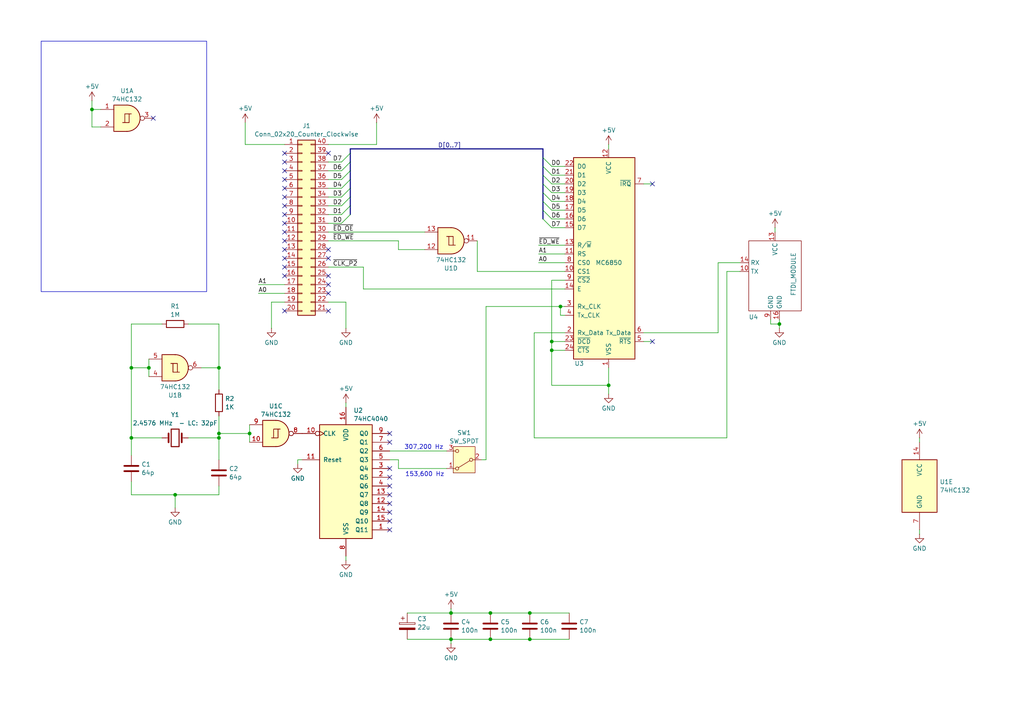
<source format=kicad_sch>
(kicad_sch (version 20231120) (generator "eeschema") (generator_version "8.0")
  (paper "A4")
  (lib_symbols
    (symbol "4xxx:4040" (pin_names (offset 1.016))
      (property "Reference" "U" (at -7.62 16.51 0))
      (property "Value" "4040" (at -7.62 -19.05 0))
      (symbol "4040_1_0"
        (pin output line (at 12.7 -15.24 180) (length 5.08) (name "Q11") (number "1"))
        (pin input inverted_clock (at -12.7 12.7 0) (length 5.08) (name "CLK") (number "10"))
        (pin input line (at -12.7 5.08 0) (length 5.08) (name "Reset") (number "11"))
        (pin output line (at 12.7 -7.62 180) (length 5.08) (name "Q8") (number "12"))
        (pin output line (at 12.7 -5.08 180) (length 5.08) (name "Q7") (number "13"))
        (pin output line (at 12.7 -10.16 180) (length 5.08) (name "Q9") (number "14"))
        (pin output line (at 12.7 -12.7 180) (length 5.08) (name "Q10") (number "15"))
        (pin power_in line (at 0 20.32 270) (length 5.08) (name "VDD") (number "16"))
        (pin output line (at 12.7 0 180) (length 5.08) (name "Q5") (number "2"))
        (pin output line (at 12.7 2.54 180) (length 5.08) (name "Q4") (number "3"))
        (pin output line (at 12.7 -2.54 180) (length 5.08) (name "Q6") (number "4"))
        (pin output line (at 12.7 5.08 180) (length 5.08) (name "Q3") (number "5"))
        (pin output line (at 12.7 7.62 180) (length 5.08) (name "Q2") (number "6"))
        (pin output line (at 12.7 10.16 180) (length 5.08) (name "Q1") (number "7"))
        (pin power_in line (at 0 -22.86 90) (length 5.08) (name "VSS") (number "8"))
        (pin output line (at 12.7 12.7 180) (length 5.08) (name "Q0") (number "9"))
      )
      (symbol "4040_1_1"
        (rectangle (start -7.62 15.24) (end 7.62 -17.78) (stroke (width 0.254)) (fill (type background)))
      )
    )
    (symbol "74xx:74LS132" (pin_names (offset 1.016))
      (property "Reference" "U" (at 0 1.27 0))
      (property "Value" "74LS132" (at 0 -1.27 0))
      (symbol "74LS132_1_0"
        (polyline (pts (xy -0.635 -1.27) (xy -0.635 1.27) (xy 0.635 1.27)))
        (polyline (pts (xy -0.635 -1.27) (xy -0.635 1.27) (xy 0.635 1.27)))
        (polyline (pts (xy -1.27 -1.27) (xy 0.635 -1.27) (xy 0.635 1.27) (xy 1.27 1.27)))
        (polyline (pts (xy -1.27 -1.27) (xy 0.635 -1.27) (xy 0.635 1.27) (xy 1.27 1.27)))
      )
      (symbol "74LS132_1_1"
        (arc (start 0 -3.81) (mid 3.7934 0) (end 0 3.81) (stroke (width 0.254)) (fill (type background)))
        (polyline (pts (xy 0 3.81) (xy -3.81 3.81) (xy -3.81 -3.81) (xy 0 -3.81)) (stroke (width 0.254)) (fill (type background)))
        (pin input line (at -7.62 2.54 0) (length 3.81) (name "~") (number "1"))
        (pin input line (at -7.62 -2.54 0) (length 3.81) (name "~") (number "2"))
        (pin output inverted (at 7.62 0 180) (length 3.81) (name "~") (number "3"))
      )
      (symbol "74LS132_1_2"
        (arc (start -3.81 -3.81) (mid -2.589 0) (end -3.81 3.81) (stroke (width 0.254)))
        (arc (start -0.6096 -3.81) (mid 2.1842 -2.5851) (end 3.81 0) (stroke (width 0.254)) (fill (type background)))
        (polyline (pts (xy -3.81 -3.81) (xy -0.635 -3.81)) (stroke (width 0.254)) (fill (type background)))
        (polyline (pts (xy -3.81 3.81) (xy -0.635 3.81)) (stroke (width 0.254)) (fill (type background)))
        (polyline (pts (xy -0.635 3.81) (xy -3.81 3.81) (xy -3.81 3.81) (xy -3.556 3.4036) (xy -3.0226 2.2606) (xy -2.6924 1.0414) (xy -2.6162 -0.254) (xy -2.7686 -1.4986) (xy -3.175 -2.7178) (xy -3.81 -3.81) (xy -3.81 -3.81) (xy -0.635 -3.81)) (stroke (width -25.4)) (fill (type background)))
        (arc (start 3.81 0) (mid 2.1915 2.5936) (end -0.6096 3.81) (stroke (width 0.254)) (fill (type background)))
        (pin input inverted (at -7.62 2.54 0) (length 4.318) (name "~") (number "1"))
        (pin input inverted (at -7.62 -2.54 0) (length 4.318) (name "~") (number "2"))
        (pin output line (at 7.62 0 180) (length 3.81) (name "~") (number "3"))
      )
      (symbol "74LS132_2_0"
        (polyline (pts (xy -0.635 -1.27) (xy -0.635 1.27) (xy 0.635 1.27)))
        (polyline (pts (xy -0.635 -1.27) (xy -0.635 1.27) (xy 0.635 1.27)))
        (polyline (pts (xy -1.27 -1.27) (xy 0.635 -1.27) (xy 0.635 1.27) (xy 1.27 1.27)))
        (polyline (pts (xy -1.27 -1.27) (xy 0.635 -1.27) (xy 0.635 1.27) (xy 1.27 1.27)))
      )
      (symbol "74LS132_2_1"
        (arc (start 0 -3.81) (mid 3.7934 0) (end 0 3.81) (stroke (width 0.254)) (fill (type background)))
        (polyline (pts (xy 0 3.81) (xy -3.81 3.81) (xy -3.81 -3.81) (xy 0 -3.81)) (stroke (width 0.254)) (fill (type background)))
        (pin input line (at -7.62 2.54 0) (length 3.81) (name "~") (number "4"))
        (pin input line (at -7.62 -2.54 0) (length 3.81) (name "~") (number "5"))
        (pin output inverted (at 7.62 0 180) (length 3.81) (name "~") (number "6"))
      )
      (symbol "74LS132_2_2"
        (arc (start -3.81 -3.81) (mid -2.589 0) (end -3.81 3.81) (stroke (width 0.254)))
        (arc (start -0.6096 -3.81) (mid 2.1842 -2.5851) (end 3.81 0) (stroke (width 0.254)) (fill (type background)))
        (polyline (pts (xy -3.81 -3.81) (xy -0.635 -3.81)) (stroke (width 0.254)) (fill (type background)))
        (polyline (pts (xy -3.81 3.81) (xy -0.635 3.81)) (stroke (width 0.254)) (fill (type background)))
        (polyline (pts (xy -0.635 3.81) (xy -3.81 3.81) (xy -3.81 3.81) (xy -3.556 3.4036) (xy -3.0226 2.2606) (xy -2.6924 1.0414) (xy -2.6162 -0.254) (xy -2.7686 -1.4986) (xy -3.175 -2.7178) (xy -3.81 -3.81) (xy -3.81 -3.81) (xy -0.635 -3.81)) (stroke (width -25.4)) (fill (type background)))
        (arc (start 3.81 0) (mid 2.1915 2.5936) (end -0.6096 3.81) (stroke (width 0.254)) (fill (type background)))
        (pin input inverted (at -7.62 2.54 0) (length 4.318) (name "~") (number "4"))
        (pin input inverted (at -7.62 -2.54 0) (length 4.318) (name "~") (number "5"))
        (pin output line (at 7.62 0 180) (length 3.81) (name "~") (number "6"))
      )
      (symbol "74LS132_3_0"
        (polyline (pts (xy -0.635 -1.27) (xy -0.635 1.27) (xy 0.635 1.27)))
        (polyline (pts (xy -0.635 -1.27) (xy -0.635 1.27) (xy 0.635 1.27)))
        (polyline (pts (xy -1.27 -1.27) (xy 0.635 -1.27) (xy 0.635 1.27) (xy 1.27 1.27)))
        (polyline (pts (xy -1.27 -1.27) (xy 0.635 -1.27) (xy 0.635 1.27) (xy 1.27 1.27)))
      )
      (symbol "74LS132_3_1"
        (arc (start 0 -3.81) (mid 3.7934 0) (end 0 3.81) (stroke (width 0.254)) (fill (type background)))
        (polyline (pts (xy 0 3.81) (xy -3.81 3.81) (xy -3.81 -3.81) (xy 0 -3.81)) (stroke (width 0.254)) (fill (type background)))
        (pin input line (at -7.62 -2.54 0) (length 3.81) (name "~") (number "10"))
        (pin output inverted (at 7.62 0 180) (length 3.81) (name "~") (number "8"))
        (pin input line (at -7.62 2.54 0) (length 3.81) (name "~") (number "9"))
      )
      (symbol "74LS132_3_2"
        (arc (start -3.81 -3.81) (mid -2.589 0) (end -3.81 3.81) (stroke (width 0.254)))
        (arc (start -0.6096 -3.81) (mid 2.1842 -2.5851) (end 3.81 0) (stroke (width 0.254)) (fill (type background)))
        (polyline (pts (xy -3.81 -3.81) (xy -0.635 -3.81)) (stroke (width 0.254)) (fill (type background)))
        (polyline (pts (xy -3.81 3.81) (xy -0.635 3.81)) (stroke (width 0.254)) (fill (type background)))
        (polyline (pts (xy -0.635 3.81) (xy -3.81 3.81) (xy -3.81 3.81) (xy -3.556 3.4036) (xy -3.0226 2.2606) (xy -2.6924 1.0414) (xy -2.6162 -0.254) (xy -2.7686 -1.4986) (xy -3.175 -2.7178) (xy -3.81 -3.81) (xy -3.81 -3.81) (xy -0.635 -3.81)) (stroke (width -25.4)) (fill (type background)))
        (arc (start 3.81 0) (mid 2.1915 2.5936) (end -0.6096 3.81) (stroke (width 0.254)) (fill (type background)))
        (pin input inverted (at -7.62 -2.54 0) (length 4.318) (name "~") (number "10"))
        (pin output line (at 7.62 0 180) (length 3.81) (name "~") (number "8"))
        (pin input inverted (at -7.62 2.54 0) (length 4.318) (name "~") (number "9"))
      )
      (symbol "74LS132_4_0"
        (polyline (pts (xy -0.635 -1.27) (xy -0.635 1.27) (xy 0.635 1.27)))
        (polyline (pts (xy -0.635 -1.27) (xy -0.635 1.27) (xy 0.635 1.27)))
        (polyline (pts (xy -1.27 -1.27) (xy 0.635 -1.27) (xy 0.635 1.27) (xy 1.27 1.27)))
        (polyline (pts (xy -1.27 -1.27) (xy 0.635 -1.27) (xy 0.635 1.27) (xy 1.27 1.27)))
      )
      (symbol "74LS132_4_1"
        (arc (start 0 -3.81) (mid 3.7934 0) (end 0 3.81) (stroke (width 0.254)) (fill (type background)))
        (polyline (pts (xy 0 3.81) (xy -3.81 3.81) (xy -3.81 -3.81) (xy 0 -3.81)) (stroke (width 0.254)) (fill (type background)))
        (pin output inverted (at 7.62 0 180) (length 3.81) (name "~") (number "11"))
        (pin input line (at -7.62 2.54 0) (length 3.81) (name "~") (number "12"))
        (pin input line (at -7.62 -2.54 0) (length 3.81) (name "~") (number "13"))
      )
      (symbol "74LS132_4_2"
        (arc (start -3.81 -3.81) (mid -2.589 0) (end -3.81 3.81) (stroke (width 0.254)))
        (arc (start -0.6096 -3.81) (mid 2.1842 -2.5851) (end 3.81 0) (stroke (width 0.254)) (fill (type background)))
        (polyline (pts (xy -3.81 -3.81) (xy -0.635 -3.81)) (stroke (width 0.254)) (fill (type background)))
        (polyline (pts (xy -3.81 3.81) (xy -0.635 3.81)) (stroke (width 0.254)) (fill (type background)))
        (polyline (pts (xy -0.635 3.81) (xy -3.81 3.81) (xy -3.81 3.81) (xy -3.556 3.4036) (xy -3.0226 2.2606) (xy -2.6924 1.0414) (xy -2.6162 -0.254) (xy -2.7686 -1.4986) (xy -3.175 -2.7178) (xy -3.81 -3.81) (xy -3.81 -3.81) (xy -0.635 -3.81)) (stroke (width -25.4)) (fill (type background)))
        (arc (start 3.81 0) (mid 2.1915 2.5936) (end -0.6096 3.81) (stroke (width 0.254)) (fill (type background)))
        (pin output line (at 7.62 0 180) (length 3.81) (name "~") (number "11"))
        (pin input inverted (at -7.62 2.54 0) (length 4.318) (name "~") (number "12"))
        (pin input inverted (at -7.62 -2.54 0) (length 4.318) (name "~") (number "13"))
      )
      (symbol "74LS132_5_0"
        (pin power_in line (at 0 12.7 270) (length 5.08) (name "VCC") (number "14"))
        (pin power_in line (at 0 -12.7 90) (length 5.08) (name "GND") (number "7"))
      )
      (symbol "74LS132_5_1"
        (rectangle (start -5.08 7.62) (end 5.08 -7.62) (stroke (width 0.254)) (fill (type background)))
      )
    )
    (symbol "Connector_Generic:Conn_02x20_Counter_Clockwise" (pin_names (offset 1.016) hide)
      (property "Reference" "J" (at 1.27 25.4 0))
      (property "Value" "Conn_02x20_Counter_Clockwise" (at 1.27 -27.94 0))
      (symbol "Conn_02x20_Counter_Clockwise_1_1"
        (rectangle (start -1.27 -25.273) (end 0 -25.527) (stroke (width 0.1524)))
        (rectangle (start -1.27 -22.733) (end 0 -22.987) (stroke (width 0.1524)))
        (rectangle (start -1.27 -20.193) (end 0 -20.447) (stroke (width 0.1524)))
        (rectangle (start -1.27 -17.653) (end 0 -17.907) (stroke (width 0.1524)))
        (rectangle (start -1.27 -15.113) (end 0 -15.367) (stroke (width 0.1524)))
        (rectangle (start -1.27 -12.573) (end 0 -12.827) (stroke (width 0.1524)))
        (rectangle (start -1.27 -10.033) (end 0 -10.287) (stroke (width 0.1524)))
        (rectangle (start -1.27 -7.493) (end 0 -7.747) (stroke (width 0.1524)))
        (rectangle (start -1.27 -4.953) (end 0 -5.207) (stroke (width 0.1524)))
        (rectangle (start -1.27 -2.413) (end 0 -2.667) (stroke (width 0.1524)))
        (rectangle (start -1.27 0.127) (end 0 -0.127) (stroke (width 0.1524)))
        (rectangle (start -1.27 2.667) (end 0 2.413) (stroke (width 0.1524)))
        (rectangle (start -1.27 5.207) (end 0 4.953) (stroke (width 0.1524)))
        (rectangle (start -1.27 7.747) (end 0 7.493) (stroke (width 0.1524)))
        (rectangle (start -1.27 10.287) (end 0 10.033) (stroke (width 0.1524)))
        (rectangle (start -1.27 12.827) (end 0 12.573) (stroke (width 0.1524)))
        (rectangle (start -1.27 15.367) (end 0 15.113) (stroke (width 0.1524)))
        (rectangle (start -1.27 17.907) (end 0 17.653) (stroke (width 0.1524)))
        (rectangle (start -1.27 20.447) (end 0 20.193) (stroke (width 0.1524)))
        (rectangle (start -1.27 22.987) (end 0 22.733) (stroke (width 0.1524)))
        (rectangle (start -1.27 24.13) (end 3.81 -26.67) (stroke (width 0.254)) (fill (type background)))
        (rectangle (start 3.81 -25.273) (end 2.54 -25.527) (stroke (width 0.1524)))
        (rectangle (start 3.81 -22.733) (end 2.54 -22.987) (stroke (width 0.1524)))
        (rectangle (start 3.81 -20.193) (end 2.54 -20.447) (stroke (width 0.1524)))
        (rectangle (start 3.81 -17.653) (end 2.54 -17.907) (stroke (width 0.1524)))
        (rectangle (start 3.81 -15.113) (end 2.54 -15.367) (stroke (width 0.1524)))
        (rectangle (start 3.81 -12.573) (end 2.54 -12.827) (stroke (width 0.1524)))
        (rectangle (start 3.81 -10.033) (end 2.54 -10.287) (stroke (width 0.1524)))
        (rectangle (start 3.81 -7.493) (end 2.54 -7.747) (stroke (width 0.1524)))
        (rectangle (start 3.81 -4.953) (end 2.54 -5.207) (stroke (width 0.1524)))
        (rectangle (start 3.81 -2.413) (end 2.54 -2.667) (stroke (width 0.1524)))
        (rectangle (start 3.81 0.127) (end 2.54 -0.127) (stroke (width 0.1524)))
        (rectangle (start 3.81 2.667) (end 2.54 2.413) (stroke (width 0.1524)))
        (rectangle (start 3.81 5.207) (end 2.54 4.953) (stroke (width 0.1524)))
        (rectangle (start 3.81 7.747) (end 2.54 7.493) (stroke (width 0.1524)))
        (rectangle (start 3.81 10.287) (end 2.54 10.033) (stroke (width 0.1524)))
        (rectangle (start 3.81 12.827) (end 2.54 12.573) (stroke (width 0.1524)))
        (rectangle (start 3.81 15.367) (end 2.54 15.113) (stroke (width 0.1524)))
        (rectangle (start 3.81 17.907) (end 2.54 17.653) (stroke (width 0.1524)))
        (rectangle (start 3.81 20.447) (end 2.54 20.193) (stroke (width 0.1524)))
        (rectangle (start 3.81 22.987) (end 2.54 22.733) (stroke (width 0.1524)))
        (pin passive line (at -5.08 22.86 0) (length 3.81) (name "Pin_1") (number "1"))
        (pin passive line (at -5.08 0 0) (length 3.81) (name "Pin_10") (number "10"))
        (pin passive line (at -5.08 -2.54 0) (length 3.81) (name "Pin_11") (number "11"))
        (pin passive line (at -5.08 -5.08 0) (length 3.81) (name "Pin_12") (number "12"))
        (pin passive line (at -5.08 -7.62 0) (length 3.81) (name "Pin_13") (number "13"))
        (pin passive line (at -5.08 -10.16 0) (length 3.81) (name "Pin_14") (number "14"))
        (pin passive line (at -5.08 -12.7 0) (length 3.81) (name "Pin_15") (number "15"))
        (pin passive line (at -5.08 -15.24 0) (length 3.81) (name "Pin_16") (number "16"))
        (pin passive line (at -5.08 -17.78 0) (length 3.81) (name "Pin_17") (number "17"))
        (pin passive line (at -5.08 -20.32 0) (length 3.81) (name "Pin_18") (number "18"))
        (pin passive line (at -5.08 -22.86 0) (length 3.81) (name "Pin_19") (number "19"))
        (pin passive line (at -5.08 20.32 0) (length 3.81) (name "Pin_2") (number "2"))
        (pin passive line (at -5.08 -25.4 0) (length 3.81) (name "Pin_20") (number "20"))
        (pin passive line (at 7.62 -25.4 180) (length 3.81) (name "Pin_21") (number "21"))
        (pin passive line (at 7.62 -22.86 180) (length 3.81) (name "Pin_22") (number "22"))
        (pin passive line (at 7.62 -20.32 180) (length 3.81) (name "Pin_23") (number "23"))
        (pin passive line (at 7.62 -17.78 180) (length 3.81) (name "Pin_24") (number "24"))
        (pin passive line (at 7.62 -15.24 180) (length 3.81) (name "Pin_25") (number "25"))
        (pin passive line (at 7.62 -12.7 180) (length 3.81) (name "Pin_26") (number "26"))
        (pin passive line (at 7.62 -10.16 180) (length 3.81) (name "Pin_27") (number "27"))
        (pin passive line (at 7.62 -7.62 180) (length 3.81) (name "Pin_28") (number "28"))
        (pin passive line (at 7.62 -5.08 180) (length 3.81) (name "Pin_29") (number "29"))
        (pin passive line (at -5.08 17.78 0) (length 3.81) (name "Pin_3") (number "3"))
        (pin passive line (at 7.62 -2.54 180) (length 3.81) (name "Pin_30") (number "30"))
        (pin passive line (at 7.62 0 180) (length 3.81) (name "Pin_31") (number "31"))
        (pin passive line (at 7.62 2.54 180) (length 3.81) (name "Pin_32") (number "32"))
        (pin passive line (at 7.62 5.08 180) (length 3.81) (name "Pin_33") (number "33"))
        (pin passive line (at 7.62 7.62 180) (length 3.81) (name "Pin_34") (number "34"))
        (pin passive line (at 7.62 10.16 180) (length 3.81) (name "Pin_35") (number "35"))
        (pin passive line (at 7.62 12.7 180) (length 3.81) (name "Pin_36") (number "36"))
        (pin passive line (at 7.62 15.24 180) (length 3.81) (name "Pin_37") (number "37"))
        (pin passive line (at 7.62 17.78 180) (length 3.81) (name "Pin_38") (number "38"))
        (pin passive line (at 7.62 20.32 180) (length 3.81) (name "Pin_39") (number "39"))
        (pin passive line (at -5.08 15.24 0) (length 3.81) (name "Pin_4") (number "4"))
        (pin passive line (at 7.62 22.86 180) (length 3.81) (name "Pin_40") (number "40"))
        (pin passive line (at -5.08 12.7 0) (length 3.81) (name "Pin_5") (number "5"))
        (pin passive line (at -5.08 10.16 0) (length 3.81) (name "Pin_6") (number "6"))
        (pin passive line (at -5.08 7.62 0) (length 3.81) (name "Pin_7") (number "7"))
        (pin passive line (at -5.08 5.08 0) (length 3.81) (name "Pin_8") (number "8"))
        (pin passive line (at -5.08 2.54 0) (length 3.81) (name "Pin_9") (number "9"))
      )
    )
    (symbol "Device:C" (pin_numbers hide) (pin_names (offset 0.254))
      (property "Reference" "C" (at 0.635 2.54 0))
      (property "Value" "C" (at 0.635 -2.54 0))
      (symbol "C_0_1"
        (polyline (pts (xy -2.032 -0.762) (xy 2.032 -0.762)) (stroke (width 0.508)))
        (polyline (pts (xy -2.032 0.762) (xy 2.032 0.762)) (stroke (width 0.508)))
      )
      (symbol "C_1_1"
        (pin passive line (at 0 3.81 270) (length 2.794) (name "~") (number "1"))
        (pin passive line (at 0 -3.81 90) (length 2.794) (name "~") (number "2"))
      )
    )
    (symbol "Device:C_Polarized" (pin_numbers hide) (pin_names (offset 0.254))
      (property "Reference" "C" (at 0.635 2.54 0))
      (property "Value" "C_Polarized" (at 0.635 -2.54 0))
      (symbol "C_Polarized_0_1"
        (rectangle (start -2.286 0.508) (end 2.286 1.016))
        (polyline (pts (xy -1.778 2.286) (xy -0.762 2.286)))
        (polyline (pts (xy -1.27 2.794) (xy -1.27 1.778)))
        (rectangle (start 2.286 -0.508) (end -2.286 -1.016) (fill (type outline)))
      )
      (symbol "C_Polarized_1_1"
        (pin passive line (at 0 3.81 270) (length 2.794) (name "~") (number "1"))
        (pin passive line (at 0 -3.81 90) (length 2.794) (name "~") (number "2"))
      )
    )
    (symbol "Device:Crystal" (pin_numbers hide) (pin_names (offset 1.016) hide)
      (property "Reference" "Y" (at 0 3.81 0))
      (property "Value" "Crystal" (at 0 -3.81 0))
      (symbol "Crystal_0_1"
        (rectangle (start -1.143 2.54) (end 1.143 -2.54) (stroke (width 0.3048)))
        (polyline (pts (xy -2.54 0) (xy -1.905 0)))
        (polyline (pts (xy -1.905 -1.27) (xy -1.905 1.27)) (stroke (width 0.508)))
        (polyline (pts (xy 1.905 -1.27) (xy 1.905 1.27)) (stroke (width 0.508)))
        (polyline (pts (xy 2.54 0) (xy 1.905 0)))
      )
      (symbol "Crystal_1_1"
        (pin passive line (at -3.81 0 0) (length 1.27) (name "1") (number "1"))
        (pin passive line (at 3.81 0 180) (length 1.27) (name "2") (number "2"))
      )
    )
    (symbol "Device:R" (pin_numbers hide) (pin_names (offset 0))
      (property "Reference" "R" (at 2.032 0 90))
      (property "Value" "R" (at 0 0 90))
      (symbol "R_0_1"
        (rectangle (start -1.016 -2.54) (end 1.016 2.54) (stroke (width 0.254)))
      )
      (symbol "R_1_1"
        (pin passive line (at 0 3.81 270) (length 1.27) (name "~") (number "1"))
        (pin passive line (at 0 -3.81 90) (length 1.27) (name "~") (number "2"))
      )
    )
    (symbol "Interface_UART:MC6850" (pin_names (offset 1.016))
      (property "Reference" "U1" (at 2.1941 34.6245 0))
      (property "Value" "MC6850" (at 2.1941 32.2002 0))
      (symbol "MC6850_1_1"
        (rectangle (start -10.16 -27.94) (end 7.62 30.48) (stroke (width 0.254)) (fill (type background)))
        (pin power_in line (at 0 -30.48 90) (length 2.54) (name "VSS") (number "1"))
        (pin input line (at -12.7 -2.54 0) (length 2.54) (name "CS1") (number "10"))
        (pin input line (at -12.7 2.54 0) (length 2.54) (name "RS") (number "11"))
        (pin power_in line (at 0 33.02 270) (length 2.54) (name "VCC") (number "12"))
        (pin input line (at -12.7 5.08 0) (length 2.54) (name "R/~{W}") (number "13"))
        (pin input line (at -12.7 -7.62 0) (length 2.54) (name "E") (number "14"))
        (pin bidirectional line (at -12.7 10.16 0) (length 2.54) (name "D7") (number "15"))
        (pin bidirectional line (at -12.7 12.7 0) (length 2.54) (name "D6") (number "16"))
        (pin bidirectional line (at -12.7 15.24 0) (length 2.54) (name "D5") (number "17"))
        (pin bidirectional line (at -12.7 17.78 0) (length 2.54) (name "D4") (number "18"))
        (pin bidirectional line (at -12.7 20.32 0) (length 2.54) (name "D3") (number "19"))
        (pin input line (at -12.7 -20.32 0) (length 2.54) (name "Rx_Data") (number "2"))
        (pin bidirectional line (at -12.7 22.86 0) (length 2.54) (name "D2") (number "20"))
        (pin bidirectional line (at -12.7 25.4 0) (length 2.54) (name "D1") (number "21"))
        (pin bidirectional line (at -12.7 27.94 0) (length 2.54) (name "D0") (number "22"))
        (pin input line (at -12.7 -22.86 0) (length 2.54) (name "~{DCD}") (number "23"))
        (pin input line (at -12.7 -25.4 0) (length 2.54) (name "~{CTS}") (number "24"))
        (pin input line (at -12.7 -12.7 0) (length 2.54) (name "Rx_CLK") (number "3"))
        (pin input line (at -12.7 -15.24 0) (length 2.54) (name "Tx_CLK") (number "4"))
        (pin output line (at 10.16 -22.86 180) (length 2.54) (name "~{RTS}") (number "5"))
        (pin output line (at 10.16 -20.32 180) (length 2.54) (name "Tx_Data") (number "6"))
        (pin output line (at 10.16 22.86 180) (length 2.54) (name "~{IRQ}") (number "7"))
        (pin input line (at -12.7 0 0) (length 2.54) (name "CS0") (number "8"))
        (pin input line (at -12.7 -5.08 0) (length 2.54) (name "~{CS2}") (number "9"))
      )
    )
    (symbol "Switch:SW_SPDT" (pin_names (offset 0) hide)
      (property "Reference" "SW" (at 0 5.08 0))
      (property "Value" "SW_SPDT" (at 0 -5.08 0))
      (symbol "SW_SPDT_0_1"
        (circle (center -2.032 0) (radius 0.4572))
        (polyline (pts (xy -1.651 0.254) (xy 1.651 2.286)))
        (circle (center 2.032 -2.54) (radius 0.4572))
        (circle (center 2.032 2.54) (radius 0.4572))
      )
      (symbol "SW_SPDT_1_1"
        (rectangle (start -3.175 3.81) (end 3.175 -3.81) (fill (type background)))
        (pin passive line (at 5.08 2.54 180) (length 2.54) (name "A") (number "1"))
        (pin passive line (at -5.08 0 0) (length 2.54) (name "B") (number "2"))
        (pin passive line (at 5.08 -2.54 180) (length 2.54) (name "C") (number "3"))
      )
    )
    (symbol "ftdi_module:FTDI_MOD"
      (property "Reference" "U" (at 0 0 0))
      (property "Value" "FTDI_MODULE" (at 9.144 0 90))
      (symbol "FTDI_MOD_1_1"
        (rectangle (start -7.62 10.16) (end 7.62 -10.16))
        (pin input line (at -10.16 1.27 0) (length 2.54) (name "TX") (number "10"))
        (pin power_in line (at 0 12.7 270) (length 2.54) (name "VCC") (number "13"))
        (pin input line (at -10.16 3.81 0) (length 2.54) (name "RX") (number "14"))
        (pin power_in line (at 1.27 -12.7 90) (length 2.54) (name "GND") (number "16"))
        (pin power_in line (at -1.27 -12.7 90) (length 2.54) (name "GND") (number "9"))
      )
    )
    (symbol "power:+5V" (power) (pin_numbers hide) (pin_names (offset 0) hide)
      (property "Value" "+5V" (at 0 3.556 0))
      (symbol "+5V_0_1"
        (polyline (pts (xy -0.762 1.27) (xy 0 2.54)))
        (polyline (pts (xy 0 0) (xy 0 2.54)))
        (polyline (pts (xy 0 2.54) (xy 0.762 1.27)))
      )
      (symbol "+5V_1_1"
        (pin power_in line (at 0 0 90) (length 0) (name "~") (number "1"))
      )
    )
    (symbol "power:GND" (power) (pin_numbers hide) (pin_names (offset 0) hide)
      (property "Value" "GND" (at 0 -3.81 0))
      (symbol "GND_0_1"
        (polyline (pts (xy 0 0) (xy 0 -1.27) (xy 1.27 -1.27) (xy 0 -2.54) (xy -1.27 -1.27) (xy 0 -1.27)))
      )
      (symbol "GND_1_1"
        (pin power_in line (at 0 0 270) (length 0) (name "~") (number "1"))
      )
    )
  )
  (junction (at 26.67 31.75))
  (junction (at 38.1 127))
  (junction (at 162.56 88.9))
  (junction (at 153.67 185.42))
  (junction (at 130.81 177.8))
  (junction (at 153.67 177.8))
  (junction (at 63.5 106.68))
  (junction (at 160.02 101.6))
  (junction (at 176.53 111.76))
  (junction (at 43.18 106.68))
  (junction (at 130.81 185.42))
  (junction (at 63.5 125.73))
  (junction (at 38.1 106.68))
  (junction (at 226.06 93.98))
  (junction (at 50.8 143.51))
  (junction (at 142.24 177.8))
  (junction (at 142.24 185.42))
  (junction (at 72.39 125.73))
  (junction (at 160.02 99.06))
  (junction (at 63.5 127))
  (no_connect (at 113.03 140.97))
  (no_connect (at 82.55 49.53))
  (no_connect (at 95.25 72.39))
  (no_connect (at 95.25 85.09))
  (no_connect (at 113.03 138.43))
  (no_connect (at 113.03 146.05))
  (no_connect (at 189.23 99.06))
  (no_connect (at 82.55 46.99))
  (no_connect (at 82.55 69.85))
  (no_connect (at 95.25 90.17))
  (no_connect (at 95.25 80.01))
  (no_connect (at 113.03 148.59))
  (no_connect (at 82.55 59.69))
  (no_connect (at 95.25 44.45))
  (no_connect (at 82.55 62.23))
  (no_connect (at 95.25 74.93))
  (no_connect (at 82.55 90.17))
  (no_connect (at 113.03 128.27))
  (no_connect (at 82.55 67.31))
  (no_connect (at 189.23 53.34))
  (no_connect (at 82.55 52.07))
  (no_connect (at 95.25 82.55))
  (no_connect (at 82.55 80.01))
  (no_connect (at 113.03 153.67))
  (no_connect (at 82.55 72.39))
  (no_connect (at 82.55 54.61))
  (no_connect (at 113.03 135.89))
  (no_connect (at 82.55 64.77))
  (no_connect (at 82.55 74.93))
  (no_connect (at 113.03 143.51))
  (no_connect (at 44.45 34.29))
  (no_connect (at 82.55 57.15))
  (no_connect (at 113.03 125.73))
  (no_connect (at 82.55 44.45))
  (no_connect (at 82.55 77.47))
  (no_connect (at 113.03 151.13))
  (bus_entry (at 160.02 58.42) (size -2.54 -2.54))
  (bus_entry (at 160.02 55.88) (size -2.54 -2.54))
  (bus_entry (at 99.06 62.23) (size 2.54 -2.54))
  (bus_entry (at 99.06 59.69) (size 2.54 -2.54))
  (bus_entry (at 160.02 66.04) (size -2.54 -2.54))
  (bus_entry (at 99.06 54.61) (size 2.54 -2.54))
  (bus_entry (at 99.06 52.07) (size 2.54 -2.54))
  (bus_entry (at 99.06 46.99) (size 2.54 -2.54))
  (bus_entry (at 99.06 57.15) (size 2.54 -2.54))
  (bus_entry (at 99.06 64.77) (size 2.54 -2.54))
  (bus_entry (at 160.02 53.34) (size -2.54 -2.54))
  (bus_entry (at 160.02 60.96) (size -2.54 -2.54))
  (bus_entry (at 160.02 63.5) (size -2.54 -2.54))
  (bus_entry (at 99.06 49.53) (size 2.54 -2.54))
  (bus_entry (at 160.02 48.26) (size -2.54 -2.54))
  (bus_entry (at 160.02 50.8) (size -2.54 -2.54))
  (wire (pts (xy 162.56 88.9) (xy 163.83 88.9)))
  (wire (pts (xy 210.82 78.74) (xy 214.63 78.74)))
  (wire (pts (xy 113.03 133.35) (xy 115.57 133.35)))
  (wire (pts (xy 139.7 133.35) (xy 140.97 133.35)))
  (wire (pts (xy 63.5 127) (xy 63.5 125.73)))
  (wire (pts (xy 105.41 83.82) (xy 105.41 77.47)))
  (wire (pts (xy 54.61 93.98) (xy 63.5 93.98)))
  (wire (pts (xy 226.06 92.71) (xy 226.06 93.98)))
  (wire (pts (xy 78.74 87.63) (xy 82.55 87.63)))
  (wire (pts (xy 95.25 49.53) (xy 99.06 49.53)))
  (wire (pts (xy 74.93 85.09) (xy 82.55 85.09)))
  (wire (pts (xy 100.33 87.63) (xy 95.25 87.63)))
  (wire (pts (xy 29.21 36.83) (xy 26.67 36.83)))
  (wire (pts (xy 95.25 69.85) (xy 115.57 69.85)))
  (wire (pts (xy 100.33 161.29) (xy 100.33 162.56)))
  (wire (pts (xy 113.03 130.81) (xy 129.54 130.81)))
  (wire (pts (xy 130.81 185.42) (xy 130.81 186.69)))
  (bus (pts (xy 101.6 62.23) (xy 101.6 59.69)))
  (wire (pts (xy 160.02 99.06) (xy 160.02 101.6)))
  (wire (pts (xy 38.1 127) (xy 46.99 127)))
  (bus (pts (xy 157.48 55.88) (xy 157.48 53.34)))
  (wire (pts (xy 142.24 185.42) (xy 153.67 185.42)))
  (bus (pts (xy 157.48 50.8) (xy 157.48 48.26)))
  (wire (pts (xy 142.24 177.8) (xy 153.67 177.8)))
  (wire (pts (xy 156.21 76.2) (xy 163.83 76.2)))
  (wire (pts (xy 160.02 81.28) (xy 160.02 99.06)))
  (wire (pts (xy 86.36 134.62) (xy 86.36 133.35)))
  (wire (pts (xy 154.94 96.52) (xy 154.94 127)))
  (wire (pts (xy 63.5 93.98) (xy 63.5 106.68)))
  (wire (pts (xy 223.52 93.98) (xy 223.52 92.71)))
  (wire (pts (xy 95.25 54.61) (xy 99.06 54.61)))
  (wire (pts (xy 38.1 106.68) (xy 38.1 127)))
  (wire (pts (xy 100.33 116.84) (xy 100.33 118.11)))
  (wire (pts (xy 38.1 106.68) (xy 43.18 106.68)))
  (wire (pts (xy 74.93 82.55) (xy 82.55 82.55)))
  (wire (pts (xy 63.5 125.73) (xy 63.5 120.65)))
  (wire (pts (xy 95.25 41.91) (xy 109.22 41.91)))
  (wire (pts (xy 140.97 133.35) (xy 140.97 88.9)))
  (wire (pts (xy 29.21 31.75) (xy 26.67 31.75)))
  (wire (pts (xy 63.5 106.68) (xy 63.5 113.03)))
  (wire (pts (xy 115.57 133.35) (xy 115.57 135.89)))
  (wire (pts (xy 186.69 96.52) (xy 208.28 96.52)))
  (wire (pts (xy 95.25 77.47) (xy 105.41 77.47)))
  (wire (pts (xy 115.57 72.39) (xy 123.19 72.39)))
  (wire (pts (xy 72.39 125.73) (xy 72.39 128.27)))
  (wire (pts (xy 224.79 66.04) (xy 224.79 67.31)))
  (wire (pts (xy 43.18 106.68) (xy 43.18 109.22)))
  (bus (pts (xy 101.6 49.53) (xy 101.6 46.99)))
  (wire (pts (xy 50.8 143.51) (xy 50.8 147.32)))
  (wire (pts (xy 26.67 36.83) (xy 26.67 31.75)))
  (wire (pts (xy 43.18 104.14) (xy 43.18 106.68)))
  (wire (pts (xy 95.25 62.23) (xy 99.06 62.23)))
  (wire (pts (xy 163.83 53.34) (xy 160.02 53.34)))
  (wire (pts (xy 95.25 46.99) (xy 99.06 46.99)))
  (wire (pts (xy 163.83 96.52) (xy 154.94 96.52)))
  (bus (pts (xy 157.48 43.18) (xy 157.48 45.72)))
  (wire (pts (xy 72.39 123.19) (xy 72.39 125.73)))
  (wire (pts (xy 176.53 41.91) (xy 176.53 43.18)))
  (wire (pts (xy 163.83 63.5) (xy 160.02 63.5)))
  (wire (pts (xy 163.83 81.28) (xy 160.02 81.28)))
  (wire (pts (xy 50.8 143.51) (xy 63.5 143.51)))
  (wire (pts (xy 153.67 185.42) (xy 165.1 185.42)))
  (wire (pts (xy 156.21 73.66) (xy 163.83 73.66)))
  (wire (pts (xy 95.25 57.15) (xy 99.06 57.15)))
  (bus (pts (xy 157.48 60.96) (xy 157.48 58.42)))
  (bus (pts (xy 157.48 53.34) (xy 157.48 50.8)))
  (wire (pts (xy 210.82 127) (xy 210.82 78.74)))
  (wire (pts (xy 186.69 53.34) (xy 189.23 53.34)))
  (wire (pts (xy 82.55 41.91) (xy 71.12 41.91)))
  (wire (pts (xy 154.94 127) (xy 210.82 127)))
  (wire (pts (xy 162.56 91.44) (xy 162.56 88.9)))
  (wire (pts (xy 266.7 127) (xy 266.7 128.27)))
  (wire (pts (xy 63.5 143.51) (xy 63.5 140.97)))
  (wire (pts (xy 163.83 91.44) (xy 162.56 91.44)))
  (wire (pts (xy 109.22 41.91) (xy 109.22 35.56)))
  (wire (pts (xy 26.67 31.75) (xy 26.67 29.21)))
  (wire (pts (xy 160.02 111.76) (xy 176.53 111.76)))
  (wire (pts (xy 63.5 106.68) (xy 58.42 106.68)))
  (wire (pts (xy 118.11 185.42) (xy 130.81 185.42)))
  (wire (pts (xy 266.7 153.67) (xy 266.7 154.94)))
  (bus (pts (xy 101.6 59.69) (xy 101.6 57.15)))
  (wire (pts (xy 118.11 177.8) (xy 130.81 177.8)))
  (wire (pts (xy 160.02 101.6) (xy 160.02 111.76)))
  (wire (pts (xy 130.81 176.53) (xy 130.81 177.8)))
  (wire (pts (xy 95.25 59.69) (xy 99.06 59.69)))
  (wire (pts (xy 186.69 99.06) (xy 189.23 99.06)))
  (bus (pts (xy 101.6 57.15) (xy 101.6 54.61)))
  (wire (pts (xy 226.06 93.98) (xy 223.52 93.98)))
  (wire (pts (xy 156.21 71.12) (xy 163.83 71.12)))
  (wire (pts (xy 46.99 93.98) (xy 38.1 93.98)))
  (wire (pts (xy 140.97 88.9) (xy 162.56 88.9)))
  (wire (pts (xy 38.1 143.51) (xy 50.8 143.51)))
  (wire (pts (xy 160.02 101.6) (xy 163.83 101.6)))
  (wire (pts (xy 86.36 133.35) (xy 87.63 133.35)))
  (wire (pts (xy 163.83 99.06) (xy 160.02 99.06)))
  (wire (pts (xy 63.5 125.73) (xy 72.39 125.73)))
  (wire (pts (xy 100.33 95.25) (xy 100.33 87.63)))
  (wire (pts (xy 226.06 93.98) (xy 226.06 95.25)))
  (wire (pts (xy 78.74 95.25) (xy 78.74 87.63)))
  (wire (pts (xy 105.41 83.82) (xy 163.83 83.82)))
  (wire (pts (xy 163.83 55.88) (xy 160.02 55.88)))
  (bus (pts (xy 101.6 52.07) (xy 101.6 49.53)))
  (wire (pts (xy 63.5 127) (xy 54.61 127)))
  (wire (pts (xy 38.1 139.7) (xy 38.1 143.51)))
  (wire (pts (xy 95.25 64.77) (xy 99.06 64.77)))
  (bus (pts (xy 101.6 54.61) (xy 101.6 52.07)))
  (wire (pts (xy 130.81 177.8) (xy 142.24 177.8)))
  (wire (pts (xy 208.28 76.2) (xy 214.63 76.2)))
  (wire (pts (xy 208.28 96.52) (xy 208.28 76.2)))
  (wire (pts (xy 71.12 41.91) (xy 71.12 35.56)))
  (wire (pts (xy 163.83 48.26) (xy 160.02 48.26)))
  (wire (pts (xy 163.83 60.96) (xy 160.02 60.96)))
  (wire (pts (xy 38.1 127) (xy 38.1 132.08)))
  (wire (pts (xy 115.57 135.89) (xy 129.54 135.89)))
  (wire (pts (xy 115.57 69.85) (xy 115.57 72.39)))
  (bus (pts (xy 157.48 48.26) (xy 157.48 45.72)))
  (wire (pts (xy 95.25 52.07) (xy 99.06 52.07)))
  (wire (pts (xy 176.53 111.76) (xy 176.53 114.3)))
  (wire (pts (xy 95.25 67.31) (xy 123.19 67.31)))
  (wire (pts (xy 163.83 66.04) (xy 160.02 66.04)))
  (wire (pts (xy 63.5 127) (xy 63.5 133.35)))
  (bus (pts (xy 101.6 43.18) (xy 101.6 44.45)))
  (wire (pts (xy 130.81 185.42) (xy 142.24 185.42)))
  (bus (pts (xy 101.6 46.99) (xy 101.6 44.45)))
  (wire (pts (xy 153.67 177.8) (xy 165.1 177.8)))
  (wire (pts (xy 163.83 58.42) (xy 160.02 58.42)))
  (wire (pts (xy 163.83 50.8) (xy 160.02 50.8)))
  (bus (pts (xy 157.48 63.5) (xy 157.48 60.96)))
  (wire (pts (xy 138.43 69.85) (xy 138.43 78.74)))
  (bus (pts (xy 101.6 43.18) (xy 157.48 43.18)))
  (wire (pts (xy 38.1 93.98) (xy 38.1 106.68)))
  (bus (pts (xy 157.48 58.42) (xy 157.48 55.88)))
  (wire (pts (xy 176.53 106.68) (xy 176.53 111.76)))
  (wire (pts (xy 138.43 78.74) (xy 163.83 78.74)))
  (rectangle (start 11.938 11.938) (end 59.944 84.582))
  (text "153,600 Hz" (at 123.19 137.668 0) (effects (font (size 1.27 1.27))))
  (text "307,200 Hz" (at 122.936 129.794 0) (effects (font (size 1.27 1.27))))
  (label "A0" (at 156.21 76.2 0))
  (label "D3" (at 96.52 57.15 0))
  (label "D2" (at 96.52 59.69 0))
  (label "~{CLK_P2}" (at 96.52 77.47 0))
  (label "D0" (at 162.56 48.26 180))
  (label "D2" (at 162.56 53.34 180))
  (label "D5" (at 96.52 52.07 0))
  (label "D4" (at 96.52 54.61 0))
  (label "~{ED_OE}" (at 96.52 67.31 0))
  (label "D7" (at 162.56 66.04 180))
  (label "D1" (at 96.52 62.23 0))
  (label "D6" (at 162.56 63.5 180))
  (label "D1" (at 162.56 50.8 180))
  (label "~{ED_WE}" (at 156.21 71.12 0))
  (label "D7" (at 96.52 46.99 0))
  (label "A1" (at 74.93 82.55 0))
  (label "D3" (at 162.56 55.88 180))
  (label "D5" (at 162.56 60.96 180))
  (label "~{ED_WE}" (at 96.52 69.85 0))
  (label "A0" (at 74.93 85.09 0))
  (label "D6" (at 96.52 49.53 0))
  (label "D4" (at 162.56 58.42 180))
  (label "D[0..7]" (at 127 43.18 0))
  (label "A1" (at 156.21 73.66 0))
  (label "D0" (at 96.52 64.77 0))
  (symbol (lib_id "power:+5V") (at 266.7 127 0) (unit 1)
    (property "Reference" "#PWR014" (effects (hide yes)))
    (property "Value" "+5V" (at 266.7 122.8669 0))
    (property "Description" "Power symbol creates a global label with name \"+5V\"" (effects (hide yes)))
  )
  (symbol (lib_id "power:+5V") (at 71.12 35.56 0) (unit 1)
    (property "Reference" "#PWR05" (effects (hide yes)))
    (property "Value" "+5V" (at 71.12 31.4269 0))
    (property "Description" "Power symbol creates a global label with name \"+5V\"" (effects (hide yes)))
  )
  (symbol (lib_id "Interface_UART:MC6850") (at 176.53 76.2 0) (unit 1)
    (property "Reference" "U3" (at 166.624 105.41 0) (effects (justify left)))
    (property "Value" "MC6850" (at 172.72 76.2 0) (effects (justify left)))
    (property "Footprint" "Package_DIP:DIP-24_W15.24mm" (effects (hide yes)))
    (property "Datasheet" "http://pdf.datasheetcatalog.com/datasheet/motorola/MC6850.pdf" (effects (hide yes)))
    (property "Description" "Asynchronous Communications Interface Adapter 1MHz, DIP-40" (effects (hide yes)))
  )
  (symbol (lib_id "74xx:74LS132") (at 80.01 125.73 0) (unit 3)
    (property "Reference" "U1" (at 80.0017 117.7755 0))
    (property "Value" "74HC132" (at 80.0017 120.1998 0))
    (property "Footprint" "Package_DIP:DIP-14_W7.62mm_Socket" (effects (hide yes)))
    (property "Datasheet" "http://www.ti.com/lit/gpn/sn74LS132" (effects (hide yes)))
    (property "Description" "Quad 2-input NAND Schmitt trigger" (effects (hide yes)))
  )
  (symbol (lib_id "Device:C_Polarized") (at 118.11 181.61 0) (unit 1)
    (property "Reference" "C3" (at 121.031 179.5088 0) (effects (justify left)))
    (property "Value" "22u" (at 121.031 181.9331 0) (effects (justify left)))
    (property "Footprint" "Capacitor_THT:CP_Radial_D6.3mm_P2.50mm" (effects (hide yes)))
    (property "Description" "Polarized capacitor" (effects (hide yes)))
  )
  (symbol (lib_id "Device:C") (at 38.1 135.89 0) (unit 1)
    (property "Reference" "C1" (at 41.021 134.6778 0) (effects (justify left)))
    (property "Value" "64p" (at 41.021 137.1021 0) (effects (justify left)))
    (property "Footprint" "Capacitor_THT:C_Disc_D4.7mm_W2.5mm_P5.00mm" (effects (hide yes)))
    (property "Description" "Unpolarized capacitor" (effects (hide yes)))
  )
  (symbol (lib_id "power:+5V") (at 109.22 35.56 0) (unit 1)
    (property "Reference" "#PWR04" (effects (hide yes)))
    (property "Value" "+5V" (at 109.22 31.4269 0))
    (property "Description" "Power symbol creates a global label with name \"+5V\"" (effects (hide yes)))
  )
  (symbol (lib_id "Device:R") (at 63.5 116.84 0) (unit 1)
    (property "Reference" "R2" (at 65.278 115.6278 0) (effects (justify left)))
    (property "Value" "1K" (at 65.278 118.0521 0) (effects (justify left)))
    (property "Footprint" "Resistor_THT:R_Axial_DIN0207_L6.3mm_D2.5mm_P7.62mm_Horizontal" (effects (hide yes)))
    (property "Description" "Resistor" (effects (hide yes)))
  )
  (symbol (lib_id "power:+5V") (at 130.81 176.53 0) (unit 1)
    (property "Reference" "#PWR08" (effects (hide yes)))
    (property "Value" "+5V" (at 130.81 172.3969 0))
    (property "Description" "Power symbol creates a global label with name \"+5V\"" (effects (hide yes)))
  )
  (symbol (lib_id "4xxx:4040") (at 100.33 138.43 0) (unit 1)
    (property "Reference" "U2" (at 102.5241 119.0455 0) (effects (justify left)))
    (property "Value" "74HC4040" (at 102.5241 121.4698 0) (effects (justify left)))
    (property "Footprint" "Package_DIP:DIP-16_W7.62mm_Socket" (effects (hide yes)))
    (property "Datasheet" "http://www.intersil.com/content/dam/Intersil/documents/cd40/cd4020bms-24bms-40bms.pdf" (effects (hide yes)))
    (property "Description" "Binary Counter 12 stages (Asynchronous)" (effects (hide yes)))
  )
  (symbol (lib_id "power:GND") (at 50.8 147.32 0) (unit 1)
    (property "Reference" "#PWR02" (effects (hide yes)))
    (property "Value" "GND" (at 50.8 151.4531 0))
    (property "Description" "Power symbol creates a global label with name \"GND\" , ground" (effects (hide yes)))
  )
  (symbol (lib_id "Device:C") (at 165.1 181.61 0) (unit 1)
    (property "Reference" "C7" (at 168.021 180.3978 0) (effects (justify left)))
    (property "Value" "100n" (at 168.021 182.8221 0) (effects (justify left)))
    (property "Footprint" "Capacitor_THT:C_Disc_D4.7mm_W2.5mm_P5.00mm" (effects (hide yes)))
    (property "Description" "Unpolarized capacitor" (effects (hide yes)))
  )
  (symbol (lib_id "Connector_Generic:Conn_02x20_Counter_Clockwise") (at 87.63 64.77 0) (unit 1)
    (property "Reference" "J1" (at 88.9 36.4955 0))
    (property "Value" "Conn_02x20_Counter_Clockwise" (at 88.9 38.9198 0))
    (property "Footprint" "Connector_PinSocket_2.54mm:PinSocket_2x20_P2.54mm_Vertical" (effects (hide yes)))
    (property "Description" "Generic connector, double row, 02x20, counter clockwise pin numbering scheme (similar to DIP package numbering), script generated (kicad-library-utils/schlib/autogen/connector/)" (effects (hide yes)))
  )
  (symbol (lib_id "power:GND") (at 78.74 95.25 0) (unit 1)
    (property "Reference" "#PWR017" (effects (hide yes)))
    (property "Value" "GND" (at 78.74 99.3831 0))
    (property "Description" "Power symbol creates a global label with name \"GND\" , ground" (effects (hide yes)))
  )
  (symbol (lib_id "Device:C") (at 142.24 181.61 0) (unit 1)
    (property "Reference" "C5" (at 145.161 180.3978 0) (effects (justify left)))
    (property "Value" "100n" (at 145.161 182.8221 0) (effects (justify left)))
    (property "Footprint" "Capacitor_THT:C_Disc_D4.7mm_W2.5mm_P5.00mm" (effects (hide yes)))
    (property "Description" "Unpolarized capacitor" (effects (hide yes)))
  )
  (symbol (lib_id "power:+5V") (at 26.67 29.21 0) (unit 1)
    (property "Reference" "#PWR01" (effects (hide yes)))
    (property "Value" "+5V" (at 26.67 25.0769 0))
    (property "Description" "Power symbol creates a global label with name \"+5V\"" (effects (hide yes)))
  )
  (symbol (lib_id "74xx:74LS132") (at 130.81 69.85 0) (mirror x) (unit 4)
    (property "Reference" "U1" (at 130.8017 77.8045 0))
    (property "Value" "74HC132" (at 130.8017 75.3802 0))
    (property "Footprint" "Package_DIP:DIP-14_W7.62mm_Socket" (effects (hide yes)))
    (property "Datasheet" "http://www.ti.com/lit/gpn/sn74LS132" (effects (hide yes)))
    (property "Description" "Quad 2-input NAND Schmitt trigger" (effects (hide yes)))
  )
  (symbol (lib_id "power:GND") (at 266.7 154.94 0) (unit 1)
    (property "Reference" "#PWR015" (effects (hide yes)))
    (property "Value" "GND" (at 266.7 159.0731 0))
    (property "Description" "Power symbol creates a global label with name \"GND\" , ground" (effects (hide yes)))
  )
  (symbol (lib_id "power:GND") (at 130.81 186.69 0) (unit 1)
    (property "Reference" "#PWR09" (effects (hide yes)))
    (property "Value" "GND" (at 130.81 190.8231 0))
    (property "Description" "Power symbol creates a global label with name \"GND\" , ground" (effects (hide yes)))
  )
  (symbol (lib_id "Device:C") (at 63.5 137.16 0) (unit 1)
    (property "Reference" "C2" (at 66.421 135.9478 0) (effects (justify left)))
    (property "Value" "64p" (at 66.421 138.3721 0) (effects (justify left)))
    (property "Footprint" "Capacitor_THT:C_Disc_D4.7mm_W2.5mm_P5.00mm" (effects (hide yes)))
    (property "Description" "Unpolarized capacitor" (effects (hide yes)))
  )
  (symbol (lib_id "power:+5V") (at 224.79 66.04 0) (unit 1)
    (property "Reference" "#PWR012" (effects (hide yes)))
    (property "Value" "+5V" (at 224.79 61.9069 0))
    (property "Description" "Power symbol creates a global label with name \"+5V\"" (effects (hide yes)))
  )
  (symbol (lib_id "Device:C") (at 153.67 181.61 0) (unit 1)
    (property "Reference" "C6" (at 156.591 180.3978 0) (effects (justify left)))
    (property "Value" "100n" (at 156.591 182.8221 0) (effects (justify left)))
    (property "Footprint" "Capacitor_THT:C_Disc_D4.7mm_W2.5mm_P5.00mm" (effects (hide yes)))
    (property "Description" "Unpolarized capacitor" (effects (hide yes)))
  )
  (symbol (lib_id "power:+5V") (at 100.33 116.84 0) (unit 1)
    (property "Reference" "#PWR06" (effects (hide yes)))
    (property "Value" "+5V" (at 100.33 112.7069 0))
    (property "Description" "Power symbol creates a global label with name \"+5V\"" (effects (hide yes)))
  )
  (symbol (lib_id "power:GND") (at 86.36 134.62 0) (unit 1)
    (property "Reference" "#PWR03" (effects (hide yes)))
    (property "Value" "GND" (at 86.36 138.7531 0))
    (property "Description" "Power symbol creates a global label with name \"GND\" , ground" (effects (hide yes)))
  )
  (symbol (lib_id "ftdi_module:FTDI_MOD") (at 224.79 80.01 0) (unit 1)
    (property "Reference" "U4" (at 217.17 91.948 0) (effects (justify left)))
    (property "Value" "FTDI_MODULE" (at 230.124 85.852 90) (effects (justify left)))
    (property "Footprint" "ftdi_module:ftdi_module" (effects (hide yes)))
  )
  (symbol (lib_id "power:GND") (at 226.06 95.25 0) (unit 1)
    (property "Reference" "#PWR013" (effects (hide yes)))
    (property "Value" "GND" (at 226.06 99.3831 0))
    (property "Description" "Power symbol creates a global label with name \"GND\" , ground" (effects (hide yes)))
  )
  (symbol (lib_id "power:GND") (at 100.33 162.56 0) (unit 1)
    (property "Reference" "#PWR07" (effects (hide yes)))
    (property "Value" "GND" (at 100.33 166.6931 0))
    (property "Description" "Power symbol creates a global label with name \"GND\" , ground" (effects (hide yes)))
  )
  (symbol (lib_id "Device:R") (at 50.8 93.98 90) (unit 1)
    (property "Reference" "R1" (at 50.8 88.8195 90))
    (property "Value" "1M" (at 50.8 91.2438 90))
    (property "Footprint" "Resistor_THT:R_Axial_DIN0207_L6.3mm_D2.5mm_P7.62mm_Horizontal" (effects (hide yes)))
    (property "Description" "Resistor" (effects (hide yes)))
  )
  (symbol (lib_id "Device:Crystal") (at 50.8 127 0) (unit 1)
    (property "Reference" "Y1" (at 50.8 120.2901 0))
    (property "Value" "2.4576 MHz  - LC: 32pF" (at 50.8 122.7144 0))
    (property "Footprint" "Crystal:Crystal_HC49-4H_Vertical" (effects (hide yes)))
    (property "Description" "Two pin crystal" (effects (hide yes)))
  )
  (symbol (lib_id "74xx:74LS132") (at 36.83 34.29 0) (unit 1)
    (property "Reference" "U1" (at 36.8217 26.3355 0))
    (property "Value" "74HC132" (at 36.8217 28.7598 0))
    (property "Footprint" "Package_DIP:DIP-14_W7.62mm_Socket" (effects (hide yes)))
    (property "Datasheet" "http://www.ti.com/lit/gpn/sn74LS132" (effects (hide yes)))
    (property "Description" "Quad 2-input NAND Schmitt trigger" (effects (hide yes)))
  )
  (symbol (lib_id "power:GND") (at 100.33 95.25 0) (unit 1)
    (property "Reference" "#PWR016" (effects (hide yes)))
    (property "Value" "GND" (at 100.33 99.3831 0))
    (property "Description" "Power symbol creates a global label with name \"GND\" , ground" (effects (hide yes)))
  )
  (symbol (lib_id "power:GND") (at 176.53 114.3 0) (unit 1)
    (property "Reference" "#PWR011" (effects (hide yes)))
    (property "Value" "GND" (at 176.53 118.4331 0))
    (property "Description" "Power symbol creates a global label with name \"GND\" , ground" (effects (hide yes)))
  )
  (symbol (lib_id "74xx:74LS132") (at 50.8 106.68 0) (mirror x) (unit 2)
    (property "Reference" "U1" (at 50.7917 114.6345 0))
    (property "Value" "74HC132" (at 50.7917 112.2102 0))
    (property "Footprint" "Package_DIP:DIP-14_W7.62mm_Socket" (effects (hide yes)))
    (property "Datasheet" "http://www.ti.com/lit/gpn/sn74LS132" (effects (hide yes)))
    (property "Description" "Quad 2-input NAND Schmitt trigger" (effects (hide yes)))
  )
  (symbol (lib_id "74xx:74LS132") (at 266.7 140.97 0) (unit 5)
    (property "Reference" "U1" (at 272.542 139.7578 0) (effects (justify left)))
    (property "Value" "74HC132" (at 272.542 142.1821 0) (effects (justify left)))
    (property "Footprint" "Package_DIP:DIP-14_W7.62mm_Socket" (effects (hide yes)))
    (property "Datasheet" "http://www.ti.com/lit/gpn/sn74LS132" (effects (hide yes)))
    (property "Description" "Quad 2-input NAND Schmitt trigger" (effects (hide yes)))
  )
  (symbol (lib_id "Switch:SW_SPDT") (at 134.62 133.35 180) (unit 1)
    (property "Reference" "SW1" (at 134.62 125.5225 0))
    (property "Value" "SW_SPDT" (at 134.62 127.9468 0))
    (property "Footprint" "slide_switch:spdt_slide_switch" (effects (hide yes)))
    (property "Description" "Switch, single pole double throw" (effects (hide yes)))
  )
  (symbol (lib_id "power:+5V") (at 176.53 41.91 0) (unit 1)
    (property "Reference" "#PWR010" (effects (hide yes)))
    (property "Value" "+5V" (at 176.53 37.7769 0))
    (property "Description" "Power symbol creates a global label with name \"+5V\"" (effects (hide yes)))
  )
  (symbol (lib_id "Device:C") (at 130.81 181.61 0) (unit 1)
    (property "Reference" "C4" (at 133.731 180.3978 0) (effects (justify left)))
    (property "Value" "100n" (at 133.731 182.8221 0) (effects (justify left)))
    (property "Footprint" "Capacitor_THT:C_Disc_D4.7mm_W2.5mm_P5.00mm" (effects (hide yes)))
    (property "Description" "Unpolarized capacitor" (effects (hide yes)))
  )
)
</source>
